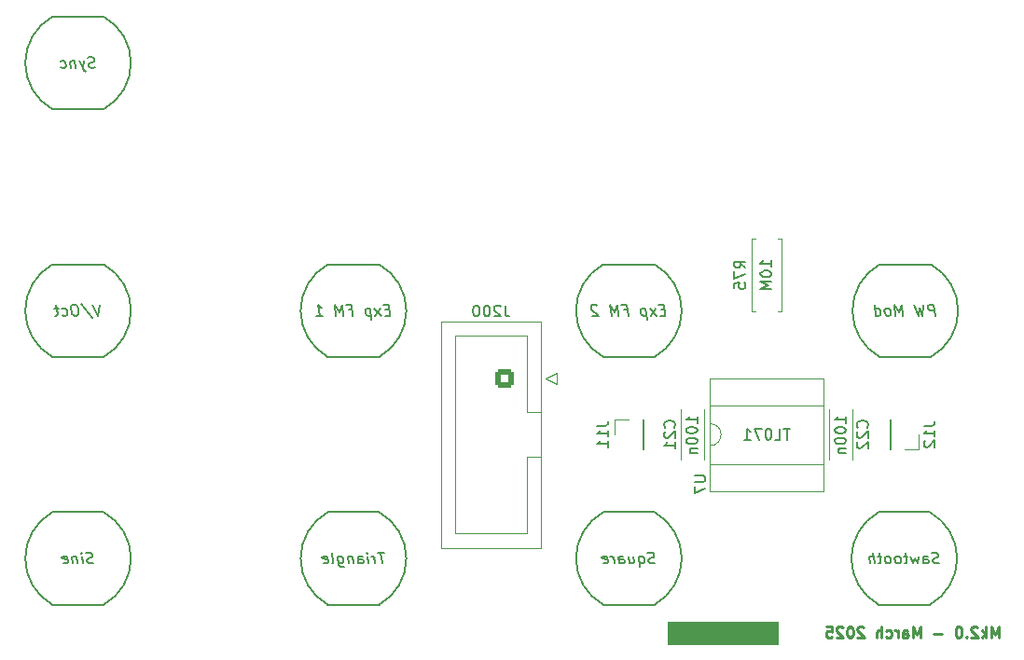
<source format=gbo>
G04 #@! TF.GenerationSoftware,KiCad,Pcbnew,9.0.0*
G04 #@! TF.CreationDate,2025-03-15T23:03:29+01:00*
G04 #@! TF.ProjectId,DMH_VCO_40106_PCB_Conn_Mk2,444d485f-5643-44f5-9f34-303130365f50,1*
G04 #@! TF.SameCoordinates,Original*
G04 #@! TF.FileFunction,Legend,Bot*
G04 #@! TF.FilePolarity,Positive*
%FSLAX46Y46*%
G04 Gerber Fmt 4.6, Leading zero omitted, Abs format (unit mm)*
G04 Created by KiCad (PCBNEW 9.0.0) date 2025-03-15 23:03:29*
%MOMM*%
%LPD*%
G01*
G04 APERTURE LIST*
G04 Aperture macros list*
%AMRoundRect*
0 Rectangle with rounded corners*
0 $1 Rounding radius*
0 $2 $3 $4 $5 $6 $7 $8 $9 X,Y pos of 4 corners*
0 Add a 4 corners polygon primitive as box body*
4,1,4,$2,$3,$4,$5,$6,$7,$8,$9,$2,$3,0*
0 Add four circle primitives for the rounded corners*
1,1,$1+$1,$2,$3*
1,1,$1+$1,$4,$5*
1,1,$1+$1,$6,$7*
1,1,$1+$1,$8,$9*
0 Add four rect primitives between the rounded corners*
20,1,$1+$1,$2,$3,$4,$5,0*
20,1,$1+$1,$4,$5,$6,$7,0*
20,1,$1+$1,$6,$7,$8,$9,0*
20,1,$1+$1,$8,$9,$2,$3,0*%
%AMHorizOval*
0 Thick line with rounded ends*
0 $1 width*
0 $2 $3 position (X,Y) of the first rounded end (center of the circle)*
0 $4 $5 position (X,Y) of the second rounded end (center of the circle)*
0 Add line between two ends*
20,1,$1,$2,$3,$4,$5,0*
0 Add two circle primitives to create the rounded ends*
1,1,$1,$2,$3*
1,1,$1,$4,$5*%
G04 Aperture macros list end*
%ADD10C,0.100000*%
%ADD11C,0.250000*%
%ADD12C,0.150000*%
%ADD13C,0.120000*%
%ADD14HorizOval,1.508000X-0.533159X-0.533159X0.533159X0.533159X0*%
%ADD15O,1.508000X3.016000*%
%ADD16O,3.016000X1.508000*%
%ADD17R,1.700000X1.700000*%
%ADD18O,1.700000X1.700000*%
%ADD19C,1.600000*%
%ADD20R,1.600000X1.600000*%
%ADD21O,1.600000X1.600000*%
%ADD22RoundRect,0.250000X0.600000X0.600000X-0.600000X0.600000X-0.600000X-0.600000X0.600000X-0.600000X0*%
%ADD23C,1.700000*%
G04 APERTURE END LIST*
D10*
X116000000Y-234500000D02*
X126000000Y-234500000D01*
X126000000Y-236500000D01*
X116000000Y-236500000D01*
X116000000Y-234500000D01*
G36*
X116000000Y-234500000D02*
G01*
X126000000Y-234500000D01*
X126000000Y-236500000D01*
X116000000Y-236500000D01*
X116000000Y-234500000D01*
G37*
D11*
X146059523Y-235949619D02*
X146059523Y-234949619D01*
X146059523Y-234949619D02*
X145726190Y-235663904D01*
X145726190Y-235663904D02*
X145392857Y-234949619D01*
X145392857Y-234949619D02*
X145392857Y-235949619D01*
X144916666Y-235949619D02*
X144916666Y-234949619D01*
X144821428Y-235568666D02*
X144535714Y-235949619D01*
X144535714Y-235282952D02*
X144916666Y-235663904D01*
X144154761Y-235044857D02*
X144107142Y-234997238D01*
X144107142Y-234997238D02*
X144011904Y-234949619D01*
X144011904Y-234949619D02*
X143773809Y-234949619D01*
X143773809Y-234949619D02*
X143678571Y-234997238D01*
X143678571Y-234997238D02*
X143630952Y-235044857D01*
X143630952Y-235044857D02*
X143583333Y-235140095D01*
X143583333Y-235140095D02*
X143583333Y-235235333D01*
X143583333Y-235235333D02*
X143630952Y-235378190D01*
X143630952Y-235378190D02*
X144202380Y-235949619D01*
X144202380Y-235949619D02*
X143583333Y-235949619D01*
X143154761Y-235854380D02*
X143107142Y-235902000D01*
X143107142Y-235902000D02*
X143154761Y-235949619D01*
X143154761Y-235949619D02*
X143202380Y-235902000D01*
X143202380Y-235902000D02*
X143154761Y-235854380D01*
X143154761Y-235854380D02*
X143154761Y-235949619D01*
X142488095Y-234949619D02*
X142392857Y-234949619D01*
X142392857Y-234949619D02*
X142297619Y-234997238D01*
X142297619Y-234997238D02*
X142250000Y-235044857D01*
X142250000Y-235044857D02*
X142202381Y-235140095D01*
X142202381Y-235140095D02*
X142154762Y-235330571D01*
X142154762Y-235330571D02*
X142154762Y-235568666D01*
X142154762Y-235568666D02*
X142202381Y-235759142D01*
X142202381Y-235759142D02*
X142250000Y-235854380D01*
X142250000Y-235854380D02*
X142297619Y-235902000D01*
X142297619Y-235902000D02*
X142392857Y-235949619D01*
X142392857Y-235949619D02*
X142488095Y-235949619D01*
X142488095Y-235949619D02*
X142583333Y-235902000D01*
X142583333Y-235902000D02*
X142630952Y-235854380D01*
X142630952Y-235854380D02*
X142678571Y-235759142D01*
X142678571Y-235759142D02*
X142726190Y-235568666D01*
X142726190Y-235568666D02*
X142726190Y-235330571D01*
X142726190Y-235330571D02*
X142678571Y-235140095D01*
X142678571Y-235140095D02*
X142630952Y-235044857D01*
X142630952Y-235044857D02*
X142583333Y-234997238D01*
X142583333Y-234997238D02*
X142488095Y-234949619D01*
X140964285Y-235568666D02*
X140202381Y-235568666D01*
X138964285Y-235949619D02*
X138964285Y-234949619D01*
X138964285Y-234949619D02*
X138630952Y-235663904D01*
X138630952Y-235663904D02*
X138297619Y-234949619D01*
X138297619Y-234949619D02*
X138297619Y-235949619D01*
X137392857Y-235949619D02*
X137392857Y-235425809D01*
X137392857Y-235425809D02*
X137440476Y-235330571D01*
X137440476Y-235330571D02*
X137535714Y-235282952D01*
X137535714Y-235282952D02*
X137726190Y-235282952D01*
X137726190Y-235282952D02*
X137821428Y-235330571D01*
X137392857Y-235902000D02*
X137488095Y-235949619D01*
X137488095Y-235949619D02*
X137726190Y-235949619D01*
X137726190Y-235949619D02*
X137821428Y-235902000D01*
X137821428Y-235902000D02*
X137869047Y-235806761D01*
X137869047Y-235806761D02*
X137869047Y-235711523D01*
X137869047Y-235711523D02*
X137821428Y-235616285D01*
X137821428Y-235616285D02*
X137726190Y-235568666D01*
X137726190Y-235568666D02*
X137488095Y-235568666D01*
X137488095Y-235568666D02*
X137392857Y-235521047D01*
X136916666Y-235949619D02*
X136916666Y-235282952D01*
X136916666Y-235473428D02*
X136869047Y-235378190D01*
X136869047Y-235378190D02*
X136821428Y-235330571D01*
X136821428Y-235330571D02*
X136726190Y-235282952D01*
X136726190Y-235282952D02*
X136630952Y-235282952D01*
X135869047Y-235902000D02*
X135964285Y-235949619D01*
X135964285Y-235949619D02*
X136154761Y-235949619D01*
X136154761Y-235949619D02*
X136249999Y-235902000D01*
X136249999Y-235902000D02*
X136297618Y-235854380D01*
X136297618Y-235854380D02*
X136345237Y-235759142D01*
X136345237Y-235759142D02*
X136345237Y-235473428D01*
X136345237Y-235473428D02*
X136297618Y-235378190D01*
X136297618Y-235378190D02*
X136249999Y-235330571D01*
X136249999Y-235330571D02*
X136154761Y-235282952D01*
X136154761Y-235282952D02*
X135964285Y-235282952D01*
X135964285Y-235282952D02*
X135869047Y-235330571D01*
X135440475Y-235949619D02*
X135440475Y-234949619D01*
X135011904Y-235949619D02*
X135011904Y-235425809D01*
X135011904Y-235425809D02*
X135059523Y-235330571D01*
X135059523Y-235330571D02*
X135154761Y-235282952D01*
X135154761Y-235282952D02*
X135297618Y-235282952D01*
X135297618Y-235282952D02*
X135392856Y-235330571D01*
X135392856Y-235330571D02*
X135440475Y-235378190D01*
X133821427Y-235044857D02*
X133773808Y-234997238D01*
X133773808Y-234997238D02*
X133678570Y-234949619D01*
X133678570Y-234949619D02*
X133440475Y-234949619D01*
X133440475Y-234949619D02*
X133345237Y-234997238D01*
X133345237Y-234997238D02*
X133297618Y-235044857D01*
X133297618Y-235044857D02*
X133249999Y-235140095D01*
X133249999Y-235140095D02*
X133249999Y-235235333D01*
X133249999Y-235235333D02*
X133297618Y-235378190D01*
X133297618Y-235378190D02*
X133869046Y-235949619D01*
X133869046Y-235949619D02*
X133249999Y-235949619D01*
X132630951Y-234949619D02*
X132535713Y-234949619D01*
X132535713Y-234949619D02*
X132440475Y-234997238D01*
X132440475Y-234997238D02*
X132392856Y-235044857D01*
X132392856Y-235044857D02*
X132345237Y-235140095D01*
X132345237Y-235140095D02*
X132297618Y-235330571D01*
X132297618Y-235330571D02*
X132297618Y-235568666D01*
X132297618Y-235568666D02*
X132345237Y-235759142D01*
X132345237Y-235759142D02*
X132392856Y-235854380D01*
X132392856Y-235854380D02*
X132440475Y-235902000D01*
X132440475Y-235902000D02*
X132535713Y-235949619D01*
X132535713Y-235949619D02*
X132630951Y-235949619D01*
X132630951Y-235949619D02*
X132726189Y-235902000D01*
X132726189Y-235902000D02*
X132773808Y-235854380D01*
X132773808Y-235854380D02*
X132821427Y-235759142D01*
X132821427Y-235759142D02*
X132869046Y-235568666D01*
X132869046Y-235568666D02*
X132869046Y-235330571D01*
X132869046Y-235330571D02*
X132821427Y-235140095D01*
X132821427Y-235140095D02*
X132773808Y-235044857D01*
X132773808Y-235044857D02*
X132726189Y-234997238D01*
X132726189Y-234997238D02*
X132630951Y-234949619D01*
X131916665Y-235044857D02*
X131869046Y-234997238D01*
X131869046Y-234997238D02*
X131773808Y-234949619D01*
X131773808Y-234949619D02*
X131535713Y-234949619D01*
X131535713Y-234949619D02*
X131440475Y-234997238D01*
X131440475Y-234997238D02*
X131392856Y-235044857D01*
X131392856Y-235044857D02*
X131345237Y-235140095D01*
X131345237Y-235140095D02*
X131345237Y-235235333D01*
X131345237Y-235235333D02*
X131392856Y-235378190D01*
X131392856Y-235378190D02*
X131964284Y-235949619D01*
X131964284Y-235949619D02*
X131345237Y-235949619D01*
X130440475Y-234949619D02*
X130916665Y-234949619D01*
X130916665Y-234949619D02*
X130964284Y-235425809D01*
X130964284Y-235425809D02*
X130916665Y-235378190D01*
X130916665Y-235378190D02*
X130821427Y-235330571D01*
X130821427Y-235330571D02*
X130583332Y-235330571D01*
X130583332Y-235330571D02*
X130488094Y-235378190D01*
X130488094Y-235378190D02*
X130440475Y-235425809D01*
X130440475Y-235425809D02*
X130392856Y-235521047D01*
X130392856Y-235521047D02*
X130392856Y-235759142D01*
X130392856Y-235759142D02*
X130440475Y-235854380D01*
X130440475Y-235854380D02*
X130488094Y-235902000D01*
X130488094Y-235902000D02*
X130583332Y-235949619D01*
X130583332Y-235949619D02*
X130821427Y-235949619D01*
X130821427Y-235949619D02*
X130916665Y-235902000D01*
X130916665Y-235902000D02*
X130964284Y-235854380D01*
D12*
X140690476Y-229157200D02*
X140553572Y-229204819D01*
X140553572Y-229204819D02*
X140315476Y-229204819D01*
X140315476Y-229204819D02*
X140214286Y-229157200D01*
X140214286Y-229157200D02*
X140160714Y-229109580D01*
X140160714Y-229109580D02*
X140101191Y-229014342D01*
X140101191Y-229014342D02*
X140089286Y-228919104D01*
X140089286Y-228919104D02*
X140125000Y-228823866D01*
X140125000Y-228823866D02*
X140166667Y-228776247D01*
X140166667Y-228776247D02*
X140255953Y-228728628D01*
X140255953Y-228728628D02*
X140440476Y-228681009D01*
X140440476Y-228681009D02*
X140529762Y-228633390D01*
X140529762Y-228633390D02*
X140571429Y-228585771D01*
X140571429Y-228585771D02*
X140607143Y-228490533D01*
X140607143Y-228490533D02*
X140595238Y-228395295D01*
X140595238Y-228395295D02*
X140535714Y-228300057D01*
X140535714Y-228300057D02*
X140482143Y-228252438D01*
X140482143Y-228252438D02*
X140380953Y-228204819D01*
X140380953Y-228204819D02*
X140142857Y-228204819D01*
X140142857Y-228204819D02*
X140005953Y-228252438D01*
X139267857Y-229204819D02*
X139202381Y-228681009D01*
X139202381Y-228681009D02*
X139238095Y-228585771D01*
X139238095Y-228585771D02*
X139327381Y-228538152D01*
X139327381Y-228538152D02*
X139517857Y-228538152D01*
X139517857Y-228538152D02*
X139619048Y-228585771D01*
X139261905Y-229157200D02*
X139363095Y-229204819D01*
X139363095Y-229204819D02*
X139601191Y-229204819D01*
X139601191Y-229204819D02*
X139690476Y-229157200D01*
X139690476Y-229157200D02*
X139726191Y-229061961D01*
X139726191Y-229061961D02*
X139714286Y-228966723D01*
X139714286Y-228966723D02*
X139654762Y-228871485D01*
X139654762Y-228871485D02*
X139553572Y-228823866D01*
X139553572Y-228823866D02*
X139315476Y-228823866D01*
X139315476Y-228823866D02*
X139214286Y-228776247D01*
X138803571Y-228538152D02*
X138696429Y-229204819D01*
X138696429Y-229204819D02*
X138446429Y-228728628D01*
X138446429Y-228728628D02*
X138315476Y-229204819D01*
X138315476Y-229204819D02*
X138041667Y-228538152D01*
X137803571Y-228538152D02*
X137422619Y-228538152D01*
X137619048Y-228204819D02*
X137726191Y-229061961D01*
X137726191Y-229061961D02*
X137690476Y-229157200D01*
X137690476Y-229157200D02*
X137601191Y-229204819D01*
X137601191Y-229204819D02*
X137505952Y-229204819D01*
X137029762Y-229204819D02*
X137119047Y-229157200D01*
X137119047Y-229157200D02*
X137160714Y-229109580D01*
X137160714Y-229109580D02*
X137196428Y-229014342D01*
X137196428Y-229014342D02*
X137160714Y-228728628D01*
X137160714Y-228728628D02*
X137101190Y-228633390D01*
X137101190Y-228633390D02*
X137047619Y-228585771D01*
X137047619Y-228585771D02*
X136946428Y-228538152D01*
X136946428Y-228538152D02*
X136803571Y-228538152D01*
X136803571Y-228538152D02*
X136714285Y-228585771D01*
X136714285Y-228585771D02*
X136672619Y-228633390D01*
X136672619Y-228633390D02*
X136636904Y-228728628D01*
X136636904Y-228728628D02*
X136672619Y-229014342D01*
X136672619Y-229014342D02*
X136732142Y-229109580D01*
X136732142Y-229109580D02*
X136785714Y-229157200D01*
X136785714Y-229157200D02*
X136886904Y-229204819D01*
X136886904Y-229204819D02*
X137029762Y-229204819D01*
X136125000Y-229204819D02*
X136214285Y-229157200D01*
X136214285Y-229157200D02*
X136255952Y-229109580D01*
X136255952Y-229109580D02*
X136291666Y-229014342D01*
X136291666Y-229014342D02*
X136255952Y-228728628D01*
X136255952Y-228728628D02*
X136196428Y-228633390D01*
X136196428Y-228633390D02*
X136142857Y-228585771D01*
X136142857Y-228585771D02*
X136041666Y-228538152D01*
X136041666Y-228538152D02*
X135898809Y-228538152D01*
X135898809Y-228538152D02*
X135809523Y-228585771D01*
X135809523Y-228585771D02*
X135767857Y-228633390D01*
X135767857Y-228633390D02*
X135732142Y-228728628D01*
X135732142Y-228728628D02*
X135767857Y-229014342D01*
X135767857Y-229014342D02*
X135827380Y-229109580D01*
X135827380Y-229109580D02*
X135880952Y-229157200D01*
X135880952Y-229157200D02*
X135982142Y-229204819D01*
X135982142Y-229204819D02*
X136125000Y-229204819D01*
X135422618Y-228538152D02*
X135041666Y-228538152D01*
X135238095Y-228204819D02*
X135345238Y-229061961D01*
X135345238Y-229061961D02*
X135309523Y-229157200D01*
X135309523Y-229157200D02*
X135220238Y-229204819D01*
X135220238Y-229204819D02*
X135124999Y-229204819D01*
X134791666Y-229204819D02*
X134666666Y-228204819D01*
X134363094Y-229204819D02*
X134297618Y-228681009D01*
X134297618Y-228681009D02*
X134333332Y-228585771D01*
X134333332Y-228585771D02*
X134422618Y-228538152D01*
X134422618Y-228538152D02*
X134565475Y-228538152D01*
X134565475Y-228538152D02*
X134666666Y-228585771D01*
X134666666Y-228585771D02*
X134720237Y-228633390D01*
X90261905Y-228204819D02*
X89690476Y-228204819D01*
X90101191Y-229204819D02*
X89976191Y-228204819D01*
X89482143Y-229204819D02*
X89398809Y-228538152D01*
X89422619Y-228728628D02*
X89363095Y-228633390D01*
X89363095Y-228633390D02*
X89309524Y-228585771D01*
X89309524Y-228585771D02*
X89208333Y-228538152D01*
X89208333Y-228538152D02*
X89113095Y-228538152D01*
X88863095Y-229204819D02*
X88779761Y-228538152D01*
X88738095Y-228204819D02*
X88791666Y-228252438D01*
X88791666Y-228252438D02*
X88749999Y-228300057D01*
X88749999Y-228300057D02*
X88696428Y-228252438D01*
X88696428Y-228252438D02*
X88738095Y-228204819D01*
X88738095Y-228204819D02*
X88749999Y-228300057D01*
X87958333Y-229204819D02*
X87892857Y-228681009D01*
X87892857Y-228681009D02*
X87928571Y-228585771D01*
X87928571Y-228585771D02*
X88017857Y-228538152D01*
X88017857Y-228538152D02*
X88208333Y-228538152D01*
X88208333Y-228538152D02*
X88309524Y-228585771D01*
X87952381Y-229157200D02*
X88053571Y-229204819D01*
X88053571Y-229204819D02*
X88291667Y-229204819D01*
X88291667Y-229204819D02*
X88380952Y-229157200D01*
X88380952Y-229157200D02*
X88416667Y-229061961D01*
X88416667Y-229061961D02*
X88404762Y-228966723D01*
X88404762Y-228966723D02*
X88345238Y-228871485D01*
X88345238Y-228871485D02*
X88244048Y-228823866D01*
X88244048Y-228823866D02*
X88005952Y-228823866D01*
X88005952Y-228823866D02*
X87904762Y-228776247D01*
X87398809Y-228538152D02*
X87482143Y-229204819D01*
X87410714Y-228633390D02*
X87357143Y-228585771D01*
X87357143Y-228585771D02*
X87255952Y-228538152D01*
X87255952Y-228538152D02*
X87113095Y-228538152D01*
X87113095Y-228538152D02*
X87023809Y-228585771D01*
X87023809Y-228585771D02*
X86988095Y-228681009D01*
X86988095Y-228681009D02*
X87053571Y-229204819D01*
X86065476Y-228538152D02*
X86166666Y-229347676D01*
X86166666Y-229347676D02*
X86226190Y-229442914D01*
X86226190Y-229442914D02*
X86279762Y-229490533D01*
X86279762Y-229490533D02*
X86380952Y-229538152D01*
X86380952Y-229538152D02*
X86523809Y-229538152D01*
X86523809Y-229538152D02*
X86613095Y-229490533D01*
X86142857Y-229157200D02*
X86244047Y-229204819D01*
X86244047Y-229204819D02*
X86434524Y-229204819D01*
X86434524Y-229204819D02*
X86523809Y-229157200D01*
X86523809Y-229157200D02*
X86565476Y-229109580D01*
X86565476Y-229109580D02*
X86601190Y-229014342D01*
X86601190Y-229014342D02*
X86565476Y-228728628D01*
X86565476Y-228728628D02*
X86505952Y-228633390D01*
X86505952Y-228633390D02*
X86452381Y-228585771D01*
X86452381Y-228585771D02*
X86351190Y-228538152D01*
X86351190Y-228538152D02*
X86160714Y-228538152D01*
X86160714Y-228538152D02*
X86071428Y-228585771D01*
X85529762Y-229204819D02*
X85619047Y-229157200D01*
X85619047Y-229157200D02*
X85654762Y-229061961D01*
X85654762Y-229061961D02*
X85547619Y-228204819D01*
X84761904Y-229157200D02*
X84863094Y-229204819D01*
X84863094Y-229204819D02*
X85053571Y-229204819D01*
X85053571Y-229204819D02*
X85142856Y-229157200D01*
X85142856Y-229157200D02*
X85178571Y-229061961D01*
X85178571Y-229061961D02*
X85130952Y-228681009D01*
X85130952Y-228681009D02*
X85071428Y-228585771D01*
X85071428Y-228585771D02*
X84970237Y-228538152D01*
X84970237Y-228538152D02*
X84779761Y-228538152D01*
X84779761Y-228538152D02*
X84690475Y-228585771D01*
X84690475Y-228585771D02*
X84654761Y-228681009D01*
X84654761Y-228681009D02*
X84666666Y-228776247D01*
X84666666Y-228776247D02*
X85154761Y-228871485D01*
X64047618Y-184157200D02*
X63910714Y-184204819D01*
X63910714Y-184204819D02*
X63672618Y-184204819D01*
X63672618Y-184204819D02*
X63571428Y-184157200D01*
X63571428Y-184157200D02*
X63517856Y-184109580D01*
X63517856Y-184109580D02*
X63458333Y-184014342D01*
X63458333Y-184014342D02*
X63446428Y-183919104D01*
X63446428Y-183919104D02*
X63482142Y-183823866D01*
X63482142Y-183823866D02*
X63523809Y-183776247D01*
X63523809Y-183776247D02*
X63613095Y-183728628D01*
X63613095Y-183728628D02*
X63797618Y-183681009D01*
X63797618Y-183681009D02*
X63886904Y-183633390D01*
X63886904Y-183633390D02*
X63928571Y-183585771D01*
X63928571Y-183585771D02*
X63964285Y-183490533D01*
X63964285Y-183490533D02*
X63952380Y-183395295D01*
X63952380Y-183395295D02*
X63892856Y-183300057D01*
X63892856Y-183300057D02*
X63839285Y-183252438D01*
X63839285Y-183252438D02*
X63738095Y-183204819D01*
X63738095Y-183204819D02*
X63499999Y-183204819D01*
X63499999Y-183204819D02*
X63363095Y-183252438D01*
X63065475Y-183538152D02*
X62910714Y-184204819D01*
X62589285Y-183538152D02*
X62910714Y-184204819D01*
X62910714Y-184204819D02*
X63035714Y-184442914D01*
X63035714Y-184442914D02*
X63089285Y-184490533D01*
X63089285Y-184490533D02*
X63190475Y-184538152D01*
X62208332Y-183538152D02*
X62291666Y-184204819D01*
X62220237Y-183633390D02*
X62166666Y-183585771D01*
X62166666Y-183585771D02*
X62065475Y-183538152D01*
X62065475Y-183538152D02*
X61922618Y-183538152D01*
X61922618Y-183538152D02*
X61833332Y-183585771D01*
X61833332Y-183585771D02*
X61797618Y-183681009D01*
X61797618Y-183681009D02*
X61863094Y-184204819D01*
X60952380Y-184157200D02*
X61053570Y-184204819D01*
X61053570Y-184204819D02*
X61244047Y-184204819D01*
X61244047Y-184204819D02*
X61333332Y-184157200D01*
X61333332Y-184157200D02*
X61374999Y-184109580D01*
X61374999Y-184109580D02*
X61410713Y-184014342D01*
X61410713Y-184014342D02*
X61374999Y-183728628D01*
X61374999Y-183728628D02*
X61315475Y-183633390D01*
X61315475Y-183633390D02*
X61261904Y-183585771D01*
X61261904Y-183585771D02*
X61160713Y-183538152D01*
X61160713Y-183538152D02*
X60970237Y-183538152D01*
X60970237Y-183538152D02*
X60880951Y-183585771D01*
X64476190Y-205704819D02*
X64267856Y-206704819D01*
X64267856Y-206704819D02*
X63809523Y-205704819D01*
X62755952Y-205657200D02*
X63773809Y-206942914D01*
X62238094Y-205704819D02*
X62047618Y-205704819D01*
X62047618Y-205704819D02*
X61958333Y-205752438D01*
X61958333Y-205752438D02*
X61874999Y-205847676D01*
X61874999Y-205847676D02*
X61851190Y-206038152D01*
X61851190Y-206038152D02*
X61892856Y-206371485D01*
X61892856Y-206371485D02*
X61964285Y-206561961D01*
X61964285Y-206561961D02*
X62071428Y-206657200D01*
X62071428Y-206657200D02*
X62172618Y-206704819D01*
X62172618Y-206704819D02*
X62363094Y-206704819D01*
X62363094Y-206704819D02*
X62452380Y-206657200D01*
X62452380Y-206657200D02*
X62535714Y-206561961D01*
X62535714Y-206561961D02*
X62559523Y-206371485D01*
X62559523Y-206371485D02*
X62517856Y-206038152D01*
X62517856Y-206038152D02*
X62446428Y-205847676D01*
X62446428Y-205847676D02*
X62339285Y-205752438D01*
X62339285Y-205752438D02*
X62238094Y-205704819D01*
X61071428Y-206657200D02*
X61172618Y-206704819D01*
X61172618Y-206704819D02*
X61363095Y-206704819D01*
X61363095Y-206704819D02*
X61452380Y-206657200D01*
X61452380Y-206657200D02*
X61494047Y-206609580D01*
X61494047Y-206609580D02*
X61529761Y-206514342D01*
X61529761Y-206514342D02*
X61494047Y-206228628D01*
X61494047Y-206228628D02*
X61434523Y-206133390D01*
X61434523Y-206133390D02*
X61380952Y-206085771D01*
X61380952Y-206085771D02*
X61279761Y-206038152D01*
X61279761Y-206038152D02*
X61089285Y-206038152D01*
X61089285Y-206038152D02*
X60999999Y-206085771D01*
X60708332Y-206038152D02*
X60327380Y-206038152D01*
X60523809Y-205704819D02*
X60630952Y-206561961D01*
X60630952Y-206561961D02*
X60595237Y-206657200D01*
X60595237Y-206657200D02*
X60505952Y-206704819D01*
X60505952Y-206704819D02*
X60410713Y-206704819D01*
X140292618Y-206704819D02*
X140167618Y-205704819D01*
X140167618Y-205704819D02*
X139786665Y-205704819D01*
X139786665Y-205704819D02*
X139697380Y-205752438D01*
X139697380Y-205752438D02*
X139655713Y-205800057D01*
X139655713Y-205800057D02*
X139619999Y-205895295D01*
X139619999Y-205895295D02*
X139637856Y-206038152D01*
X139637856Y-206038152D02*
X139697380Y-206133390D01*
X139697380Y-206133390D02*
X139750951Y-206181009D01*
X139750951Y-206181009D02*
X139852141Y-206228628D01*
X139852141Y-206228628D02*
X140233094Y-206228628D01*
X139262856Y-205704819D02*
X139149761Y-206704819D01*
X139149761Y-206704819D02*
X138869999Y-205990533D01*
X138869999Y-205990533D02*
X138768808Y-206704819D01*
X138768808Y-206704819D02*
X138405713Y-205704819D01*
X137387856Y-206704819D02*
X137262856Y-205704819D01*
X137262856Y-205704819D02*
X137018808Y-206419104D01*
X137018808Y-206419104D02*
X136596189Y-205704819D01*
X136596189Y-205704819D02*
X136721189Y-206704819D01*
X136102142Y-206704819D02*
X136191427Y-206657200D01*
X136191427Y-206657200D02*
X136233094Y-206609580D01*
X136233094Y-206609580D02*
X136268808Y-206514342D01*
X136268808Y-206514342D02*
X136233094Y-206228628D01*
X136233094Y-206228628D02*
X136173570Y-206133390D01*
X136173570Y-206133390D02*
X136119999Y-206085771D01*
X136119999Y-206085771D02*
X136018808Y-206038152D01*
X136018808Y-206038152D02*
X135875951Y-206038152D01*
X135875951Y-206038152D02*
X135786665Y-206085771D01*
X135786665Y-206085771D02*
X135744999Y-206133390D01*
X135744999Y-206133390D02*
X135709284Y-206228628D01*
X135709284Y-206228628D02*
X135744999Y-206514342D01*
X135744999Y-206514342D02*
X135804522Y-206609580D01*
X135804522Y-206609580D02*
X135858094Y-206657200D01*
X135858094Y-206657200D02*
X135959284Y-206704819D01*
X135959284Y-206704819D02*
X136102142Y-206704819D01*
X134911665Y-206704819D02*
X134786665Y-205704819D01*
X134905713Y-206657200D02*
X135006903Y-206704819D01*
X135006903Y-206704819D02*
X135197380Y-206704819D01*
X135197380Y-206704819D02*
X135286665Y-206657200D01*
X135286665Y-206657200D02*
X135328332Y-206609580D01*
X135328332Y-206609580D02*
X135364046Y-206514342D01*
X135364046Y-206514342D02*
X135328332Y-206228628D01*
X135328332Y-206228628D02*
X135268808Y-206133390D01*
X135268808Y-206133390D02*
X135215237Y-206085771D01*
X135215237Y-206085771D02*
X135114046Y-206038152D01*
X135114046Y-206038152D02*
X134923570Y-206038152D01*
X134923570Y-206038152D02*
X134834284Y-206085771D01*
X90749999Y-206181009D02*
X90416666Y-206181009D01*
X90339285Y-206704819D02*
X90815476Y-206704819D01*
X90815476Y-206704819D02*
X90690476Y-205704819D01*
X90690476Y-205704819D02*
X90214285Y-205704819D01*
X90005952Y-206704819D02*
X89398809Y-206038152D01*
X89922618Y-206038152D02*
X89482142Y-206704819D01*
X89017856Y-206038152D02*
X89142856Y-207038152D01*
X89023809Y-206085771D02*
X88922618Y-206038152D01*
X88922618Y-206038152D02*
X88732142Y-206038152D01*
X88732142Y-206038152D02*
X88642856Y-206085771D01*
X88642856Y-206085771D02*
X88601190Y-206133390D01*
X88601190Y-206133390D02*
X88565475Y-206228628D01*
X88565475Y-206228628D02*
X88601190Y-206514342D01*
X88601190Y-206514342D02*
X88660713Y-206609580D01*
X88660713Y-206609580D02*
X88714285Y-206657200D01*
X88714285Y-206657200D02*
X88815475Y-206704819D01*
X88815475Y-206704819D02*
X89005952Y-206704819D01*
X89005952Y-206704819D02*
X89095237Y-206657200D01*
X87035713Y-206181009D02*
X87369046Y-206181009D01*
X87434523Y-206704819D02*
X87309523Y-205704819D01*
X87309523Y-205704819D02*
X86833332Y-205704819D01*
X86577380Y-206704819D02*
X86452380Y-205704819D01*
X86452380Y-205704819D02*
X86208332Y-206419104D01*
X86208332Y-206419104D02*
X85785713Y-205704819D01*
X85785713Y-205704819D02*
X85910713Y-206704819D01*
X84148808Y-206704819D02*
X84720237Y-206704819D01*
X84434522Y-206704819D02*
X84309522Y-205704819D01*
X84309522Y-205704819D02*
X84422618Y-205847676D01*
X84422618Y-205847676D02*
X84529761Y-205942914D01*
X84529761Y-205942914D02*
X84630951Y-205990533D01*
X114880952Y-229157200D02*
X114744048Y-229204819D01*
X114744048Y-229204819D02*
X114505952Y-229204819D01*
X114505952Y-229204819D02*
X114404762Y-229157200D01*
X114404762Y-229157200D02*
X114351190Y-229109580D01*
X114351190Y-229109580D02*
X114291667Y-229014342D01*
X114291667Y-229014342D02*
X114279762Y-228919104D01*
X114279762Y-228919104D02*
X114315476Y-228823866D01*
X114315476Y-228823866D02*
X114357143Y-228776247D01*
X114357143Y-228776247D02*
X114446429Y-228728628D01*
X114446429Y-228728628D02*
X114630952Y-228681009D01*
X114630952Y-228681009D02*
X114720238Y-228633390D01*
X114720238Y-228633390D02*
X114761905Y-228585771D01*
X114761905Y-228585771D02*
X114797619Y-228490533D01*
X114797619Y-228490533D02*
X114785714Y-228395295D01*
X114785714Y-228395295D02*
X114726190Y-228300057D01*
X114726190Y-228300057D02*
X114672619Y-228252438D01*
X114672619Y-228252438D02*
X114571429Y-228204819D01*
X114571429Y-228204819D02*
X114333333Y-228204819D01*
X114333333Y-228204819D02*
X114196429Y-228252438D01*
X113375000Y-228538152D02*
X113500000Y-229538152D01*
X113452381Y-229157200D02*
X113553571Y-229204819D01*
X113553571Y-229204819D02*
X113744048Y-229204819D01*
X113744048Y-229204819D02*
X113833333Y-229157200D01*
X113833333Y-229157200D02*
X113875000Y-229109580D01*
X113875000Y-229109580D02*
X113910714Y-229014342D01*
X113910714Y-229014342D02*
X113875000Y-228728628D01*
X113875000Y-228728628D02*
X113815476Y-228633390D01*
X113815476Y-228633390D02*
X113761905Y-228585771D01*
X113761905Y-228585771D02*
X113660714Y-228538152D01*
X113660714Y-228538152D02*
X113470238Y-228538152D01*
X113470238Y-228538152D02*
X113380952Y-228585771D01*
X112470238Y-228538152D02*
X112553571Y-229204819D01*
X112898809Y-228538152D02*
X112964286Y-229061961D01*
X112964286Y-229061961D02*
X112928571Y-229157200D01*
X112928571Y-229157200D02*
X112839286Y-229204819D01*
X112839286Y-229204819D02*
X112696428Y-229204819D01*
X112696428Y-229204819D02*
X112595238Y-229157200D01*
X112595238Y-229157200D02*
X112541666Y-229109580D01*
X111648809Y-229204819D02*
X111583333Y-228681009D01*
X111583333Y-228681009D02*
X111619047Y-228585771D01*
X111619047Y-228585771D02*
X111708333Y-228538152D01*
X111708333Y-228538152D02*
X111898809Y-228538152D01*
X111898809Y-228538152D02*
X112000000Y-228585771D01*
X111642857Y-229157200D02*
X111744047Y-229204819D01*
X111744047Y-229204819D02*
X111982143Y-229204819D01*
X111982143Y-229204819D02*
X112071428Y-229157200D01*
X112071428Y-229157200D02*
X112107143Y-229061961D01*
X112107143Y-229061961D02*
X112095238Y-228966723D01*
X112095238Y-228966723D02*
X112035714Y-228871485D01*
X112035714Y-228871485D02*
X111934524Y-228823866D01*
X111934524Y-228823866D02*
X111696428Y-228823866D01*
X111696428Y-228823866D02*
X111595238Y-228776247D01*
X111172619Y-229204819D02*
X111089285Y-228538152D01*
X111113095Y-228728628D02*
X111053571Y-228633390D01*
X111053571Y-228633390D02*
X111000000Y-228585771D01*
X111000000Y-228585771D02*
X110898809Y-228538152D01*
X110898809Y-228538152D02*
X110803571Y-228538152D01*
X110166666Y-229157200D02*
X110267856Y-229204819D01*
X110267856Y-229204819D02*
X110458333Y-229204819D01*
X110458333Y-229204819D02*
X110547618Y-229157200D01*
X110547618Y-229157200D02*
X110583333Y-229061961D01*
X110583333Y-229061961D02*
X110535714Y-228681009D01*
X110535714Y-228681009D02*
X110476190Y-228585771D01*
X110476190Y-228585771D02*
X110374999Y-228538152D01*
X110374999Y-228538152D02*
X110184523Y-228538152D01*
X110184523Y-228538152D02*
X110095237Y-228585771D01*
X110095237Y-228585771D02*
X110059523Y-228681009D01*
X110059523Y-228681009D02*
X110071428Y-228776247D01*
X110071428Y-228776247D02*
X110559523Y-228871485D01*
X115749999Y-206181009D02*
X115416666Y-206181009D01*
X115339285Y-206704819D02*
X115815476Y-206704819D01*
X115815476Y-206704819D02*
X115690476Y-205704819D01*
X115690476Y-205704819D02*
X115214285Y-205704819D01*
X115005952Y-206704819D02*
X114398809Y-206038152D01*
X114922618Y-206038152D02*
X114482142Y-206704819D01*
X114017856Y-206038152D02*
X114142856Y-207038152D01*
X114023809Y-206085771D02*
X113922618Y-206038152D01*
X113922618Y-206038152D02*
X113732142Y-206038152D01*
X113732142Y-206038152D02*
X113642856Y-206085771D01*
X113642856Y-206085771D02*
X113601190Y-206133390D01*
X113601190Y-206133390D02*
X113565475Y-206228628D01*
X113565475Y-206228628D02*
X113601190Y-206514342D01*
X113601190Y-206514342D02*
X113660713Y-206609580D01*
X113660713Y-206609580D02*
X113714285Y-206657200D01*
X113714285Y-206657200D02*
X113815475Y-206704819D01*
X113815475Y-206704819D02*
X114005952Y-206704819D01*
X114005952Y-206704819D02*
X114095237Y-206657200D01*
X112035713Y-206181009D02*
X112369046Y-206181009D01*
X112434523Y-206704819D02*
X112309523Y-205704819D01*
X112309523Y-205704819D02*
X111833332Y-205704819D01*
X111577380Y-206704819D02*
X111452380Y-205704819D01*
X111452380Y-205704819D02*
X111208332Y-206419104D01*
X111208332Y-206419104D02*
X110785713Y-205704819D01*
X110785713Y-205704819D02*
X110910713Y-206704819D01*
X109607141Y-205800057D02*
X109553570Y-205752438D01*
X109553570Y-205752438D02*
X109452380Y-205704819D01*
X109452380Y-205704819D02*
X109214284Y-205704819D01*
X109214284Y-205704819D02*
X109124999Y-205752438D01*
X109124999Y-205752438D02*
X109083332Y-205800057D01*
X109083332Y-205800057D02*
X109047618Y-205895295D01*
X109047618Y-205895295D02*
X109059522Y-205990533D01*
X109059522Y-205990533D02*
X109124999Y-206133390D01*
X109124999Y-206133390D02*
X109767856Y-206704819D01*
X109767856Y-206704819D02*
X109148808Y-206704819D01*
X63904761Y-229157200D02*
X63767857Y-229204819D01*
X63767857Y-229204819D02*
X63529761Y-229204819D01*
X63529761Y-229204819D02*
X63428571Y-229157200D01*
X63428571Y-229157200D02*
X63374999Y-229109580D01*
X63374999Y-229109580D02*
X63315476Y-229014342D01*
X63315476Y-229014342D02*
X63303571Y-228919104D01*
X63303571Y-228919104D02*
X63339285Y-228823866D01*
X63339285Y-228823866D02*
X63380952Y-228776247D01*
X63380952Y-228776247D02*
X63470238Y-228728628D01*
X63470238Y-228728628D02*
X63654761Y-228681009D01*
X63654761Y-228681009D02*
X63744047Y-228633390D01*
X63744047Y-228633390D02*
X63785714Y-228585771D01*
X63785714Y-228585771D02*
X63821428Y-228490533D01*
X63821428Y-228490533D02*
X63809523Y-228395295D01*
X63809523Y-228395295D02*
X63749999Y-228300057D01*
X63749999Y-228300057D02*
X63696428Y-228252438D01*
X63696428Y-228252438D02*
X63595238Y-228204819D01*
X63595238Y-228204819D02*
X63357142Y-228204819D01*
X63357142Y-228204819D02*
X63220238Y-228252438D01*
X62910714Y-229204819D02*
X62827380Y-228538152D01*
X62785714Y-228204819D02*
X62839285Y-228252438D01*
X62839285Y-228252438D02*
X62797618Y-228300057D01*
X62797618Y-228300057D02*
X62744047Y-228252438D01*
X62744047Y-228252438D02*
X62785714Y-228204819D01*
X62785714Y-228204819D02*
X62797618Y-228300057D01*
X62351190Y-228538152D02*
X62434524Y-229204819D01*
X62363095Y-228633390D02*
X62309524Y-228585771D01*
X62309524Y-228585771D02*
X62208333Y-228538152D01*
X62208333Y-228538152D02*
X62065476Y-228538152D01*
X62065476Y-228538152D02*
X61976190Y-228585771D01*
X61976190Y-228585771D02*
X61940476Y-228681009D01*
X61940476Y-228681009D02*
X62005952Y-229204819D01*
X61142857Y-229157200D02*
X61244047Y-229204819D01*
X61244047Y-229204819D02*
X61434524Y-229204819D01*
X61434524Y-229204819D02*
X61523809Y-229157200D01*
X61523809Y-229157200D02*
X61559524Y-229061961D01*
X61559524Y-229061961D02*
X61511905Y-228681009D01*
X61511905Y-228681009D02*
X61452381Y-228585771D01*
X61452381Y-228585771D02*
X61351190Y-228538152D01*
X61351190Y-228538152D02*
X61160714Y-228538152D01*
X61160714Y-228538152D02*
X61071428Y-228585771D01*
X61071428Y-228585771D02*
X61035714Y-228681009D01*
X61035714Y-228681009D02*
X61047619Y-228776247D01*
X61047619Y-228776247D02*
X61535714Y-228871485D01*
X116609580Y-216857142D02*
X116657200Y-216809523D01*
X116657200Y-216809523D02*
X116704819Y-216666666D01*
X116704819Y-216666666D02*
X116704819Y-216571428D01*
X116704819Y-216571428D02*
X116657200Y-216428571D01*
X116657200Y-216428571D02*
X116561961Y-216333333D01*
X116561961Y-216333333D02*
X116466723Y-216285714D01*
X116466723Y-216285714D02*
X116276247Y-216238095D01*
X116276247Y-216238095D02*
X116133390Y-216238095D01*
X116133390Y-216238095D02*
X115942914Y-216285714D01*
X115942914Y-216285714D02*
X115847676Y-216333333D01*
X115847676Y-216333333D02*
X115752438Y-216428571D01*
X115752438Y-216428571D02*
X115704819Y-216571428D01*
X115704819Y-216571428D02*
X115704819Y-216666666D01*
X115704819Y-216666666D02*
X115752438Y-216809523D01*
X115752438Y-216809523D02*
X115800057Y-216857142D01*
X115800057Y-217238095D02*
X115752438Y-217285714D01*
X115752438Y-217285714D02*
X115704819Y-217380952D01*
X115704819Y-217380952D02*
X115704819Y-217619047D01*
X115704819Y-217619047D02*
X115752438Y-217714285D01*
X115752438Y-217714285D02*
X115800057Y-217761904D01*
X115800057Y-217761904D02*
X115895295Y-217809523D01*
X115895295Y-217809523D02*
X115990533Y-217809523D01*
X115990533Y-217809523D02*
X116133390Y-217761904D01*
X116133390Y-217761904D02*
X116704819Y-217190476D01*
X116704819Y-217190476D02*
X116704819Y-217809523D01*
X116704819Y-218761904D02*
X116704819Y-218190476D01*
X116704819Y-218476190D02*
X115704819Y-218476190D01*
X115704819Y-218476190D02*
X115847676Y-218380952D01*
X115847676Y-218380952D02*
X115942914Y-218285714D01*
X115942914Y-218285714D02*
X115990533Y-218190476D01*
X118704819Y-216452380D02*
X118704819Y-215880952D01*
X118704819Y-216166666D02*
X117704819Y-216166666D01*
X117704819Y-216166666D02*
X117847676Y-216071428D01*
X117847676Y-216071428D02*
X117942914Y-215976190D01*
X117942914Y-215976190D02*
X117990533Y-215880952D01*
X117704819Y-217071428D02*
X117704819Y-217166666D01*
X117704819Y-217166666D02*
X117752438Y-217261904D01*
X117752438Y-217261904D02*
X117800057Y-217309523D01*
X117800057Y-217309523D02*
X117895295Y-217357142D01*
X117895295Y-217357142D02*
X118085771Y-217404761D01*
X118085771Y-217404761D02*
X118323866Y-217404761D01*
X118323866Y-217404761D02*
X118514342Y-217357142D01*
X118514342Y-217357142D02*
X118609580Y-217309523D01*
X118609580Y-217309523D02*
X118657200Y-217261904D01*
X118657200Y-217261904D02*
X118704819Y-217166666D01*
X118704819Y-217166666D02*
X118704819Y-217071428D01*
X118704819Y-217071428D02*
X118657200Y-216976190D01*
X118657200Y-216976190D02*
X118609580Y-216928571D01*
X118609580Y-216928571D02*
X118514342Y-216880952D01*
X118514342Y-216880952D02*
X118323866Y-216833333D01*
X118323866Y-216833333D02*
X118085771Y-216833333D01*
X118085771Y-216833333D02*
X117895295Y-216880952D01*
X117895295Y-216880952D02*
X117800057Y-216928571D01*
X117800057Y-216928571D02*
X117752438Y-216976190D01*
X117752438Y-216976190D02*
X117704819Y-217071428D01*
X117704819Y-218023809D02*
X117704819Y-218119047D01*
X117704819Y-218119047D02*
X117752438Y-218214285D01*
X117752438Y-218214285D02*
X117800057Y-218261904D01*
X117800057Y-218261904D02*
X117895295Y-218309523D01*
X117895295Y-218309523D02*
X118085771Y-218357142D01*
X118085771Y-218357142D02*
X118323866Y-218357142D01*
X118323866Y-218357142D02*
X118514342Y-218309523D01*
X118514342Y-218309523D02*
X118609580Y-218261904D01*
X118609580Y-218261904D02*
X118657200Y-218214285D01*
X118657200Y-218214285D02*
X118704819Y-218119047D01*
X118704819Y-218119047D02*
X118704819Y-218023809D01*
X118704819Y-218023809D02*
X118657200Y-217928571D01*
X118657200Y-217928571D02*
X118609580Y-217880952D01*
X118609580Y-217880952D02*
X118514342Y-217833333D01*
X118514342Y-217833333D02*
X118323866Y-217785714D01*
X118323866Y-217785714D02*
X118085771Y-217785714D01*
X118085771Y-217785714D02*
X117895295Y-217833333D01*
X117895295Y-217833333D02*
X117800057Y-217880952D01*
X117800057Y-217880952D02*
X117752438Y-217928571D01*
X117752438Y-217928571D02*
X117704819Y-218023809D01*
X118038152Y-218785714D02*
X118704819Y-218785714D01*
X118133390Y-218785714D02*
X118085771Y-218833333D01*
X118085771Y-218833333D02*
X118038152Y-218928571D01*
X118038152Y-218928571D02*
X118038152Y-219071428D01*
X118038152Y-219071428D02*
X118085771Y-219166666D01*
X118085771Y-219166666D02*
X118181009Y-219214285D01*
X118181009Y-219214285D02*
X118704819Y-219214285D01*
X118181009Y-220023809D02*
X118181009Y-219690476D01*
X118704819Y-219690476D02*
X117704819Y-219690476D01*
X117704819Y-219690476D02*
X117704819Y-220166666D01*
X139284819Y-216690476D02*
X139999104Y-216690476D01*
X139999104Y-216690476D02*
X140141961Y-216642857D01*
X140141961Y-216642857D02*
X140237200Y-216547619D01*
X140237200Y-216547619D02*
X140284819Y-216404762D01*
X140284819Y-216404762D02*
X140284819Y-216309524D01*
X140284819Y-217690476D02*
X140284819Y-217119048D01*
X140284819Y-217404762D02*
X139284819Y-217404762D01*
X139284819Y-217404762D02*
X139427676Y-217309524D01*
X139427676Y-217309524D02*
X139522914Y-217214286D01*
X139522914Y-217214286D02*
X139570533Y-217119048D01*
X139380057Y-218071429D02*
X139332438Y-218119048D01*
X139332438Y-218119048D02*
X139284819Y-218214286D01*
X139284819Y-218214286D02*
X139284819Y-218452381D01*
X139284819Y-218452381D02*
X139332438Y-218547619D01*
X139332438Y-218547619D02*
X139380057Y-218595238D01*
X139380057Y-218595238D02*
X139475295Y-218642857D01*
X139475295Y-218642857D02*
X139570533Y-218642857D01*
X139570533Y-218642857D02*
X139713390Y-218595238D01*
X139713390Y-218595238D02*
X140284819Y-218023810D01*
X140284819Y-218023810D02*
X140284819Y-218642857D01*
X109624819Y-216690476D02*
X110339104Y-216690476D01*
X110339104Y-216690476D02*
X110481961Y-216642857D01*
X110481961Y-216642857D02*
X110577200Y-216547619D01*
X110577200Y-216547619D02*
X110624819Y-216404762D01*
X110624819Y-216404762D02*
X110624819Y-216309524D01*
X110624819Y-217690476D02*
X110624819Y-217119048D01*
X110624819Y-217404762D02*
X109624819Y-217404762D01*
X109624819Y-217404762D02*
X109767676Y-217309524D01*
X109767676Y-217309524D02*
X109862914Y-217214286D01*
X109862914Y-217214286D02*
X109910533Y-217119048D01*
X110624819Y-218642857D02*
X110624819Y-218071429D01*
X110624819Y-218357143D02*
X109624819Y-218357143D01*
X109624819Y-218357143D02*
X109767676Y-218261905D01*
X109767676Y-218261905D02*
X109862914Y-218166667D01*
X109862914Y-218166667D02*
X109910533Y-218071429D01*
X118454819Y-221238095D02*
X119264342Y-221238095D01*
X119264342Y-221238095D02*
X119359580Y-221285714D01*
X119359580Y-221285714D02*
X119407200Y-221333333D01*
X119407200Y-221333333D02*
X119454819Y-221428571D01*
X119454819Y-221428571D02*
X119454819Y-221619047D01*
X119454819Y-221619047D02*
X119407200Y-221714285D01*
X119407200Y-221714285D02*
X119359580Y-221761904D01*
X119359580Y-221761904D02*
X119264342Y-221809523D01*
X119264342Y-221809523D02*
X118454819Y-221809523D01*
X118454819Y-222190476D02*
X118454819Y-222857142D01*
X118454819Y-222857142D02*
X119454819Y-222428571D01*
X127119047Y-216954819D02*
X126547619Y-216954819D01*
X126833333Y-217954819D02*
X126833333Y-216954819D01*
X125738095Y-217954819D02*
X126214285Y-217954819D01*
X126214285Y-217954819D02*
X126214285Y-216954819D01*
X125214285Y-216954819D02*
X125119047Y-216954819D01*
X125119047Y-216954819D02*
X125023809Y-217002438D01*
X125023809Y-217002438D02*
X124976190Y-217050057D01*
X124976190Y-217050057D02*
X124928571Y-217145295D01*
X124928571Y-217145295D02*
X124880952Y-217335771D01*
X124880952Y-217335771D02*
X124880952Y-217573866D01*
X124880952Y-217573866D02*
X124928571Y-217764342D01*
X124928571Y-217764342D02*
X124976190Y-217859580D01*
X124976190Y-217859580D02*
X125023809Y-217907200D01*
X125023809Y-217907200D02*
X125119047Y-217954819D01*
X125119047Y-217954819D02*
X125214285Y-217954819D01*
X125214285Y-217954819D02*
X125309523Y-217907200D01*
X125309523Y-217907200D02*
X125357142Y-217859580D01*
X125357142Y-217859580D02*
X125404761Y-217764342D01*
X125404761Y-217764342D02*
X125452380Y-217573866D01*
X125452380Y-217573866D02*
X125452380Y-217335771D01*
X125452380Y-217335771D02*
X125404761Y-217145295D01*
X125404761Y-217145295D02*
X125357142Y-217050057D01*
X125357142Y-217050057D02*
X125309523Y-217002438D01*
X125309523Y-217002438D02*
X125214285Y-216954819D01*
X124547618Y-216954819D02*
X123880952Y-216954819D01*
X123880952Y-216954819D02*
X124309523Y-217954819D01*
X122976190Y-217954819D02*
X123547618Y-217954819D01*
X123261904Y-217954819D02*
X123261904Y-216954819D01*
X123261904Y-216954819D02*
X123357142Y-217097676D01*
X123357142Y-217097676D02*
X123452380Y-217192914D01*
X123452380Y-217192914D02*
X123547618Y-217240533D01*
X101268214Y-205774819D02*
X101268214Y-206489104D01*
X101268214Y-206489104D02*
X101315833Y-206631961D01*
X101315833Y-206631961D02*
X101411071Y-206727200D01*
X101411071Y-206727200D02*
X101553928Y-206774819D01*
X101553928Y-206774819D02*
X101649166Y-206774819D01*
X100839642Y-205870057D02*
X100792023Y-205822438D01*
X100792023Y-205822438D02*
X100696785Y-205774819D01*
X100696785Y-205774819D02*
X100458690Y-205774819D01*
X100458690Y-205774819D02*
X100363452Y-205822438D01*
X100363452Y-205822438D02*
X100315833Y-205870057D01*
X100315833Y-205870057D02*
X100268214Y-205965295D01*
X100268214Y-205965295D02*
X100268214Y-206060533D01*
X100268214Y-206060533D02*
X100315833Y-206203390D01*
X100315833Y-206203390D02*
X100887261Y-206774819D01*
X100887261Y-206774819D02*
X100268214Y-206774819D01*
X99649166Y-205774819D02*
X99553928Y-205774819D01*
X99553928Y-205774819D02*
X99458690Y-205822438D01*
X99458690Y-205822438D02*
X99411071Y-205870057D01*
X99411071Y-205870057D02*
X99363452Y-205965295D01*
X99363452Y-205965295D02*
X99315833Y-206155771D01*
X99315833Y-206155771D02*
X99315833Y-206393866D01*
X99315833Y-206393866D02*
X99363452Y-206584342D01*
X99363452Y-206584342D02*
X99411071Y-206679580D01*
X99411071Y-206679580D02*
X99458690Y-206727200D01*
X99458690Y-206727200D02*
X99553928Y-206774819D01*
X99553928Y-206774819D02*
X99649166Y-206774819D01*
X99649166Y-206774819D02*
X99744404Y-206727200D01*
X99744404Y-206727200D02*
X99792023Y-206679580D01*
X99792023Y-206679580D02*
X99839642Y-206584342D01*
X99839642Y-206584342D02*
X99887261Y-206393866D01*
X99887261Y-206393866D02*
X99887261Y-206155771D01*
X99887261Y-206155771D02*
X99839642Y-205965295D01*
X99839642Y-205965295D02*
X99792023Y-205870057D01*
X99792023Y-205870057D02*
X99744404Y-205822438D01*
X99744404Y-205822438D02*
X99649166Y-205774819D01*
X98696785Y-205774819D02*
X98601547Y-205774819D01*
X98601547Y-205774819D02*
X98506309Y-205822438D01*
X98506309Y-205822438D02*
X98458690Y-205870057D01*
X98458690Y-205870057D02*
X98411071Y-205965295D01*
X98411071Y-205965295D02*
X98363452Y-206155771D01*
X98363452Y-206155771D02*
X98363452Y-206393866D01*
X98363452Y-206393866D02*
X98411071Y-206584342D01*
X98411071Y-206584342D02*
X98458690Y-206679580D01*
X98458690Y-206679580D02*
X98506309Y-206727200D01*
X98506309Y-206727200D02*
X98601547Y-206774819D01*
X98601547Y-206774819D02*
X98696785Y-206774819D01*
X98696785Y-206774819D02*
X98792023Y-206727200D01*
X98792023Y-206727200D02*
X98839642Y-206679580D01*
X98839642Y-206679580D02*
X98887261Y-206584342D01*
X98887261Y-206584342D02*
X98934880Y-206393866D01*
X98934880Y-206393866D02*
X98934880Y-206155771D01*
X98934880Y-206155771D02*
X98887261Y-205965295D01*
X98887261Y-205965295D02*
X98839642Y-205870057D01*
X98839642Y-205870057D02*
X98792023Y-205822438D01*
X98792023Y-205822438D02*
X98696785Y-205774819D01*
X134109580Y-216857142D02*
X134157200Y-216809523D01*
X134157200Y-216809523D02*
X134204819Y-216666666D01*
X134204819Y-216666666D02*
X134204819Y-216571428D01*
X134204819Y-216571428D02*
X134157200Y-216428571D01*
X134157200Y-216428571D02*
X134061961Y-216333333D01*
X134061961Y-216333333D02*
X133966723Y-216285714D01*
X133966723Y-216285714D02*
X133776247Y-216238095D01*
X133776247Y-216238095D02*
X133633390Y-216238095D01*
X133633390Y-216238095D02*
X133442914Y-216285714D01*
X133442914Y-216285714D02*
X133347676Y-216333333D01*
X133347676Y-216333333D02*
X133252438Y-216428571D01*
X133252438Y-216428571D02*
X133204819Y-216571428D01*
X133204819Y-216571428D02*
X133204819Y-216666666D01*
X133204819Y-216666666D02*
X133252438Y-216809523D01*
X133252438Y-216809523D02*
X133300057Y-216857142D01*
X133300057Y-217238095D02*
X133252438Y-217285714D01*
X133252438Y-217285714D02*
X133204819Y-217380952D01*
X133204819Y-217380952D02*
X133204819Y-217619047D01*
X133204819Y-217619047D02*
X133252438Y-217714285D01*
X133252438Y-217714285D02*
X133300057Y-217761904D01*
X133300057Y-217761904D02*
X133395295Y-217809523D01*
X133395295Y-217809523D02*
X133490533Y-217809523D01*
X133490533Y-217809523D02*
X133633390Y-217761904D01*
X133633390Y-217761904D02*
X134204819Y-217190476D01*
X134204819Y-217190476D02*
X134204819Y-217809523D01*
X133300057Y-218190476D02*
X133252438Y-218238095D01*
X133252438Y-218238095D02*
X133204819Y-218333333D01*
X133204819Y-218333333D02*
X133204819Y-218571428D01*
X133204819Y-218571428D02*
X133252438Y-218666666D01*
X133252438Y-218666666D02*
X133300057Y-218714285D01*
X133300057Y-218714285D02*
X133395295Y-218761904D01*
X133395295Y-218761904D02*
X133490533Y-218761904D01*
X133490533Y-218761904D02*
X133633390Y-218714285D01*
X133633390Y-218714285D02*
X134204819Y-218142857D01*
X134204819Y-218142857D02*
X134204819Y-218761904D01*
X132204819Y-216452380D02*
X132204819Y-215880952D01*
X132204819Y-216166666D02*
X131204819Y-216166666D01*
X131204819Y-216166666D02*
X131347676Y-216071428D01*
X131347676Y-216071428D02*
X131442914Y-215976190D01*
X131442914Y-215976190D02*
X131490533Y-215880952D01*
X131204819Y-217071428D02*
X131204819Y-217166666D01*
X131204819Y-217166666D02*
X131252438Y-217261904D01*
X131252438Y-217261904D02*
X131300057Y-217309523D01*
X131300057Y-217309523D02*
X131395295Y-217357142D01*
X131395295Y-217357142D02*
X131585771Y-217404761D01*
X131585771Y-217404761D02*
X131823866Y-217404761D01*
X131823866Y-217404761D02*
X132014342Y-217357142D01*
X132014342Y-217357142D02*
X132109580Y-217309523D01*
X132109580Y-217309523D02*
X132157200Y-217261904D01*
X132157200Y-217261904D02*
X132204819Y-217166666D01*
X132204819Y-217166666D02*
X132204819Y-217071428D01*
X132204819Y-217071428D02*
X132157200Y-216976190D01*
X132157200Y-216976190D02*
X132109580Y-216928571D01*
X132109580Y-216928571D02*
X132014342Y-216880952D01*
X132014342Y-216880952D02*
X131823866Y-216833333D01*
X131823866Y-216833333D02*
X131585771Y-216833333D01*
X131585771Y-216833333D02*
X131395295Y-216880952D01*
X131395295Y-216880952D02*
X131300057Y-216928571D01*
X131300057Y-216928571D02*
X131252438Y-216976190D01*
X131252438Y-216976190D02*
X131204819Y-217071428D01*
X131204819Y-218023809D02*
X131204819Y-218119047D01*
X131204819Y-218119047D02*
X131252438Y-218214285D01*
X131252438Y-218214285D02*
X131300057Y-218261904D01*
X131300057Y-218261904D02*
X131395295Y-218309523D01*
X131395295Y-218309523D02*
X131585771Y-218357142D01*
X131585771Y-218357142D02*
X131823866Y-218357142D01*
X131823866Y-218357142D02*
X132014342Y-218309523D01*
X132014342Y-218309523D02*
X132109580Y-218261904D01*
X132109580Y-218261904D02*
X132157200Y-218214285D01*
X132157200Y-218214285D02*
X132204819Y-218119047D01*
X132204819Y-218119047D02*
X132204819Y-218023809D01*
X132204819Y-218023809D02*
X132157200Y-217928571D01*
X132157200Y-217928571D02*
X132109580Y-217880952D01*
X132109580Y-217880952D02*
X132014342Y-217833333D01*
X132014342Y-217833333D02*
X131823866Y-217785714D01*
X131823866Y-217785714D02*
X131585771Y-217785714D01*
X131585771Y-217785714D02*
X131395295Y-217833333D01*
X131395295Y-217833333D02*
X131300057Y-217880952D01*
X131300057Y-217880952D02*
X131252438Y-217928571D01*
X131252438Y-217928571D02*
X131204819Y-218023809D01*
X131538152Y-218785714D02*
X132204819Y-218785714D01*
X131633390Y-218785714D02*
X131585771Y-218833333D01*
X131585771Y-218833333D02*
X131538152Y-218928571D01*
X131538152Y-218928571D02*
X131538152Y-219071428D01*
X131538152Y-219071428D02*
X131585771Y-219166666D01*
X131585771Y-219166666D02*
X131681009Y-219214285D01*
X131681009Y-219214285D02*
X132204819Y-219214285D01*
X131681009Y-220023809D02*
X131681009Y-219690476D01*
X132204819Y-219690476D02*
X131204819Y-219690476D01*
X131204819Y-219690476D02*
X131204819Y-220166666D01*
X123084819Y-202357142D02*
X122608628Y-202023809D01*
X123084819Y-201785714D02*
X122084819Y-201785714D01*
X122084819Y-201785714D02*
X122084819Y-202166666D01*
X122084819Y-202166666D02*
X122132438Y-202261904D01*
X122132438Y-202261904D02*
X122180057Y-202309523D01*
X122180057Y-202309523D02*
X122275295Y-202357142D01*
X122275295Y-202357142D02*
X122418152Y-202357142D01*
X122418152Y-202357142D02*
X122513390Y-202309523D01*
X122513390Y-202309523D02*
X122561009Y-202261904D01*
X122561009Y-202261904D02*
X122608628Y-202166666D01*
X122608628Y-202166666D02*
X122608628Y-201785714D01*
X122084819Y-202690476D02*
X122084819Y-203357142D01*
X122084819Y-203357142D02*
X123084819Y-202928571D01*
X122084819Y-204214285D02*
X122084819Y-203738095D01*
X122084819Y-203738095D02*
X122561009Y-203690476D01*
X122561009Y-203690476D02*
X122513390Y-203738095D01*
X122513390Y-203738095D02*
X122465771Y-203833333D01*
X122465771Y-203833333D02*
X122465771Y-204071428D01*
X122465771Y-204071428D02*
X122513390Y-204166666D01*
X122513390Y-204166666D02*
X122561009Y-204214285D01*
X122561009Y-204214285D02*
X122656247Y-204261904D01*
X122656247Y-204261904D02*
X122894342Y-204261904D01*
X122894342Y-204261904D02*
X122989580Y-204214285D01*
X122989580Y-204214285D02*
X123037200Y-204166666D01*
X123037200Y-204166666D02*
X123084819Y-204071428D01*
X123084819Y-204071428D02*
X123084819Y-203833333D01*
X123084819Y-203833333D02*
X123037200Y-203738095D01*
X123037200Y-203738095D02*
X122989580Y-203690476D01*
X125454819Y-202238095D02*
X125454819Y-201666667D01*
X125454819Y-201952381D02*
X124454819Y-201952381D01*
X124454819Y-201952381D02*
X124597676Y-201857143D01*
X124597676Y-201857143D02*
X124692914Y-201761905D01*
X124692914Y-201761905D02*
X124740533Y-201666667D01*
X124454819Y-202857143D02*
X124454819Y-202952381D01*
X124454819Y-202952381D02*
X124502438Y-203047619D01*
X124502438Y-203047619D02*
X124550057Y-203095238D01*
X124550057Y-203095238D02*
X124645295Y-203142857D01*
X124645295Y-203142857D02*
X124835771Y-203190476D01*
X124835771Y-203190476D02*
X125073866Y-203190476D01*
X125073866Y-203190476D02*
X125264342Y-203142857D01*
X125264342Y-203142857D02*
X125359580Y-203095238D01*
X125359580Y-203095238D02*
X125407200Y-203047619D01*
X125407200Y-203047619D02*
X125454819Y-202952381D01*
X125454819Y-202952381D02*
X125454819Y-202857143D01*
X125454819Y-202857143D02*
X125407200Y-202761905D01*
X125407200Y-202761905D02*
X125359580Y-202714286D01*
X125359580Y-202714286D02*
X125264342Y-202666667D01*
X125264342Y-202666667D02*
X125073866Y-202619048D01*
X125073866Y-202619048D02*
X124835771Y-202619048D01*
X124835771Y-202619048D02*
X124645295Y-202666667D01*
X124645295Y-202666667D02*
X124550057Y-202714286D01*
X124550057Y-202714286D02*
X124502438Y-202761905D01*
X124502438Y-202761905D02*
X124454819Y-202857143D01*
X125454819Y-203619048D02*
X124454819Y-203619048D01*
X124454819Y-203619048D02*
X125169104Y-203952381D01*
X125169104Y-203952381D02*
X124454819Y-204285714D01*
X124454819Y-204285714D02*
X125454819Y-204285714D01*
X137500000Y-224550000D02*
X135150000Y-224550000D01*
X137500000Y-224550000D02*
X139850000Y-224550000D01*
X137500000Y-232950000D02*
X135150000Y-232950000D01*
X137500000Y-232950000D02*
X139850000Y-232950000D01*
X132700000Y-228750000D02*
G75*
G02*
X135156222Y-224561121I4800000J0D01*
G01*
X135156222Y-232938879D02*
G75*
G02*
X132700000Y-228750000I2343778J4188879D01*
G01*
X139843778Y-224561121D02*
G75*
G02*
X142300000Y-228750000I-2343781J-4188881D01*
G01*
X142300000Y-228750000D02*
G75*
G02*
X139843778Y-232938879I-4800003J2D01*
G01*
X87500000Y-224550000D02*
X85150000Y-224550000D01*
X87500000Y-224550000D02*
X89850000Y-224550000D01*
X87500000Y-232950000D02*
X85150000Y-232950000D01*
X87500000Y-232950000D02*
X89850000Y-232950000D01*
X82700000Y-228750000D02*
G75*
G02*
X85156222Y-224561121I4800000J0D01*
G01*
X85156222Y-232938879D02*
G75*
G02*
X82700000Y-228750000I2343778J4188879D01*
G01*
X89843778Y-224561121D02*
G75*
G02*
X92300000Y-228750000I-2343781J-4188881D01*
G01*
X92300000Y-228750000D02*
G75*
G02*
X89843778Y-232938879I-4800003J2D01*
G01*
X62500000Y-179550000D02*
X60150000Y-179550000D01*
X62500000Y-179550000D02*
X64850000Y-179550000D01*
X62500000Y-187950000D02*
X60150000Y-187950000D01*
X62500000Y-187950000D02*
X64850000Y-187950000D01*
X57700000Y-183750000D02*
G75*
G02*
X60156222Y-179561121I4800000J0D01*
G01*
X60156222Y-187938879D02*
G75*
G02*
X57700000Y-183750000I2343778J4188879D01*
G01*
X64843778Y-179561121D02*
G75*
G02*
X67300000Y-183750000I-2343781J-4188881D01*
G01*
X67300000Y-183750000D02*
G75*
G02*
X64843778Y-187938879I-4800003J2D01*
G01*
X62500000Y-202050000D02*
X60150000Y-202050000D01*
X62500000Y-202050000D02*
X64850000Y-202050000D01*
X62500000Y-210450000D02*
X60150000Y-210450000D01*
X62500000Y-210450000D02*
X64850000Y-210450000D01*
X57700000Y-206250000D02*
G75*
G02*
X60156222Y-202061121I4800000J0D01*
G01*
X60156222Y-210438879D02*
G75*
G02*
X57700000Y-206250000I2343778J4188879D01*
G01*
X64843778Y-202061121D02*
G75*
G02*
X67300000Y-206250000I-2343781J-4188881D01*
G01*
X67300000Y-206250000D02*
G75*
G02*
X64843778Y-210438879I-4800003J2D01*
G01*
X137596190Y-202050000D02*
X135246190Y-202050000D01*
X137596190Y-202050000D02*
X139946190Y-202050000D01*
X137596190Y-210450000D02*
X135246190Y-210450000D01*
X137596190Y-210450000D02*
X139946190Y-210450000D01*
X132796190Y-206250000D02*
G75*
G02*
X135252412Y-202061121I4800000J0D01*
G01*
X135252412Y-210438879D02*
G75*
G02*
X132796190Y-206250000I2343778J4188879D01*
G01*
X139939968Y-202061121D02*
G75*
G02*
X142396190Y-206250000I-2343781J-4188881D01*
G01*
X142396190Y-206250000D02*
G75*
G02*
X139939968Y-210438879I-4800003J2D01*
G01*
X87500000Y-202050000D02*
X85150000Y-202050000D01*
X87500000Y-202050000D02*
X89850000Y-202050000D01*
X87500000Y-210450000D02*
X85150000Y-210450000D01*
X87500000Y-210450000D02*
X89850000Y-210450000D01*
X82700000Y-206250000D02*
G75*
G02*
X85156222Y-202061121I4800000J0D01*
G01*
X85156222Y-210438879D02*
G75*
G02*
X82700000Y-206250000I2343778J4188879D01*
G01*
X89843778Y-202061121D02*
G75*
G02*
X92300000Y-206250000I-2343781J-4188881D01*
G01*
X92300000Y-206250000D02*
G75*
G02*
X89843778Y-210438879I-4800003J2D01*
G01*
X112500000Y-224550000D02*
X110150000Y-224550000D01*
X112500000Y-224550000D02*
X114850000Y-224550000D01*
X112500000Y-232950000D02*
X110150000Y-232950000D01*
X112500000Y-232950000D02*
X114850000Y-232950000D01*
X107700000Y-228750000D02*
G75*
G02*
X110156222Y-224561121I4800000J0D01*
G01*
X110156222Y-232938879D02*
G75*
G02*
X107700000Y-228750000I2343778J4188879D01*
G01*
X114843778Y-224561121D02*
G75*
G02*
X117300000Y-228750000I-2343781J-4188881D01*
G01*
X117300000Y-228750000D02*
G75*
G02*
X114843778Y-232938879I-4800003J2D01*
G01*
X112500000Y-202050000D02*
X110150000Y-202050000D01*
X112500000Y-202050000D02*
X114850000Y-202050000D01*
X112500000Y-210450000D02*
X110150000Y-210450000D01*
X112500000Y-210450000D02*
X114850000Y-210450000D01*
X107700000Y-206250000D02*
G75*
G02*
X110156222Y-202061121I4800000J0D01*
G01*
X110156222Y-210438879D02*
G75*
G02*
X107700000Y-206250000I2343778J4188879D01*
G01*
X114843778Y-202061121D02*
G75*
G02*
X117300000Y-206250000I-2343781J-4188881D01*
G01*
X117300000Y-206250000D02*
G75*
G02*
X114843778Y-210438879I-4800003J2D01*
G01*
X62500000Y-224550000D02*
X60150000Y-224550000D01*
X62500000Y-224550000D02*
X64850000Y-224550000D01*
X62500000Y-232950000D02*
X60150000Y-232950000D01*
X62500000Y-232950000D02*
X64850000Y-232950000D01*
X57700000Y-228750000D02*
G75*
G02*
X60156222Y-224561121I4800000J0D01*
G01*
X60156222Y-232938879D02*
G75*
G02*
X57700000Y-228750000I2343778J4188879D01*
G01*
X64843778Y-224561121D02*
G75*
G02*
X67300000Y-228750000I-2343781J-4188881D01*
G01*
X67300000Y-228750000D02*
G75*
G02*
X64843778Y-232938879I-4800003J2D01*
G01*
D13*
X117180000Y-215230000D02*
X117180000Y-219770000D01*
X117180000Y-215230000D02*
X117195000Y-215230000D01*
X117180000Y-219770000D02*
X117195000Y-219770000D01*
X119305000Y-215230000D02*
X119320000Y-215230000D01*
X119305000Y-219770000D02*
X119320000Y-219770000D01*
X119320000Y-215230000D02*
X119320000Y-219770000D01*
X136170000Y-216170000D02*
X136170000Y-218830000D01*
X136170000Y-216170000D02*
X136230000Y-216170000D01*
X136170000Y-218830000D02*
X136230000Y-218830000D01*
X136230000Y-216170000D02*
X136230000Y-218830000D01*
X138830000Y-217500000D02*
X138830000Y-218830000D01*
X138830000Y-218830000D02*
X137500000Y-218830000D01*
X111170000Y-216170000D02*
X112500000Y-216170000D01*
X111170000Y-217500000D02*
X111170000Y-216170000D01*
X113770000Y-218830000D02*
X113770000Y-216170000D01*
X113830000Y-216170000D02*
X113770000Y-216170000D01*
X113830000Y-218830000D02*
X113770000Y-218830000D01*
X113830000Y-218830000D02*
X113830000Y-216170000D01*
X119810000Y-212370000D02*
X119810000Y-222650000D01*
X119810000Y-222650000D02*
X130210000Y-222650000D01*
X119870000Y-214860000D02*
X119870000Y-216510000D01*
X119870000Y-218510000D02*
X119870000Y-220160000D01*
X119870000Y-220160000D02*
X130150000Y-220160000D01*
X130150000Y-214860000D02*
X119870000Y-214860000D01*
X130150000Y-220160000D02*
X130150000Y-214860000D01*
X130210000Y-212370000D02*
X119810000Y-212370000D01*
X130210000Y-222650000D02*
X130210000Y-212370000D01*
X119870000Y-216510000D02*
G75*
G02*
X119870000Y-218510000I0J-1000000D01*
G01*
X95422500Y-207210000D02*
X104542500Y-207210000D01*
X95422500Y-227790000D02*
X95422500Y-207210000D01*
X96732500Y-208510000D02*
X103232500Y-208510000D01*
X96732500Y-226490000D02*
X96732500Y-208510000D01*
X103232500Y-208510000D02*
X103232500Y-215450000D01*
X103232500Y-215450000D02*
X104542500Y-215450000D01*
X103232500Y-219550000D02*
X103232500Y-219550000D01*
X103232500Y-219550000D02*
X103232500Y-226490000D01*
X103232500Y-226490000D02*
X96732500Y-226490000D01*
X104542500Y-207210000D02*
X104542500Y-227790000D01*
X104542500Y-219550000D02*
X103232500Y-219550000D01*
X104542500Y-227790000D02*
X95422500Y-227790000D01*
X104932500Y-212420000D02*
X105932500Y-212920000D01*
X105932500Y-211920000D02*
X104932500Y-212420000D01*
X105932500Y-212920000D02*
X105932500Y-211920000D01*
X130680000Y-219770000D02*
X130680000Y-215230000D01*
X130695000Y-215230000D02*
X130680000Y-215230000D01*
X130695000Y-219770000D02*
X130680000Y-219770000D01*
X132820000Y-215230000D02*
X132805000Y-215230000D01*
X132820000Y-219770000D02*
X132805000Y-219770000D01*
X132820000Y-219770000D02*
X132820000Y-215230000D01*
X123630000Y-199730000D02*
X123960000Y-199730000D01*
X123630000Y-206270000D02*
X123630000Y-199730000D01*
X123960000Y-206270000D02*
X123630000Y-206270000D01*
X126040000Y-206270000D02*
X126370000Y-206270000D01*
X126370000Y-199730000D02*
X126040000Y-199730000D01*
X126370000Y-206270000D02*
X126370000Y-199730000D01*
%LPC*%
D14*
X132903810Y-224153810D03*
D15*
X144000000Y-228250000D03*
D16*
X140000000Y-222250000D03*
D14*
X82903810Y-224153810D03*
D15*
X94000000Y-228250000D03*
D16*
X90000000Y-222250000D03*
D14*
X57903810Y-179153810D03*
D15*
X69000000Y-183250000D03*
D16*
X65000000Y-177250000D03*
D14*
X57903810Y-201653810D03*
D15*
X69000000Y-205750000D03*
D16*
X65000000Y-199750000D03*
D14*
X133000000Y-201653810D03*
D15*
X144096190Y-205750000D03*
D16*
X140096190Y-199750000D03*
D14*
X82903810Y-201653810D03*
D15*
X94000000Y-205750000D03*
D16*
X90000000Y-199750000D03*
D14*
X107903810Y-224153810D03*
D15*
X119000000Y-228250000D03*
D16*
X115000000Y-222250000D03*
D14*
X107903810Y-201653810D03*
D15*
X119000000Y-205750000D03*
D16*
X115000000Y-199750000D03*
D14*
X57903810Y-224153810D03*
D15*
X69000000Y-228250000D03*
D16*
X65000000Y-222250000D03*
D17*
X86010000Y-195250000D03*
D18*
X88550000Y-195250000D03*
X91090000Y-195250000D03*
X93630000Y-195250000D03*
X96170000Y-195250000D03*
X98710000Y-195250000D03*
X101250000Y-195250000D03*
X103790000Y-195250000D03*
X106330000Y-195250000D03*
X108870000Y-195250000D03*
X111410000Y-195250000D03*
X113950000Y-195250000D03*
D19*
X118250000Y-220000000D03*
X118250000Y-215000000D03*
D17*
X137500000Y-217500000D03*
X112500000Y-217500000D03*
D20*
X121200000Y-213700000D03*
D21*
X123740000Y-213700000D03*
X126280000Y-213700000D03*
X128820000Y-213700000D03*
X128820000Y-221320000D03*
X126280000Y-221320000D03*
X123740000Y-221320000D03*
X121200000Y-221320000D03*
D22*
X101252500Y-212420000D03*
D23*
X101252500Y-214960000D03*
X101252500Y-217500000D03*
X101252500Y-220040000D03*
X101252500Y-222580000D03*
X98712500Y-212420000D03*
X98712500Y-214960000D03*
X98712500Y-217500000D03*
X98712500Y-220040000D03*
X98712500Y-222580000D03*
D19*
X131750000Y-215000000D03*
X131750000Y-220000000D03*
X125000000Y-199190000D03*
D21*
X125000000Y-206810000D03*
%LPD*%
M02*

</source>
